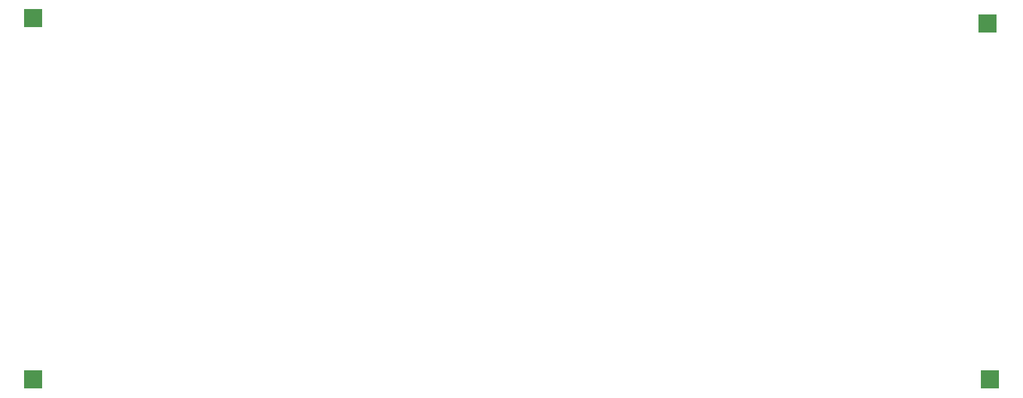
<source format=gbp>
G04*
G04 #@! TF.GenerationSoftware,Altium Limited,Altium Designer,22.7.1 (60)*
G04*
G04 Layer_Color=128*
%FSLAX42Y42*%
%MOMM*%
G71*
G04*
G04 #@! TF.SameCoordinates,5E95509D-5024-4279-8DF4-8E0BA65E4A92*
G04*
G04*
G04 #@! TF.FilePolarity,Positive*
G04*
G01*
G75*
%ADD28R,2.50X2.50*%
D28*
X16980Y9838D02*
D03*
X17018Y4826D02*
D03*
X3556D02*
D03*
Y9906D02*
D03*
M02*

</source>
